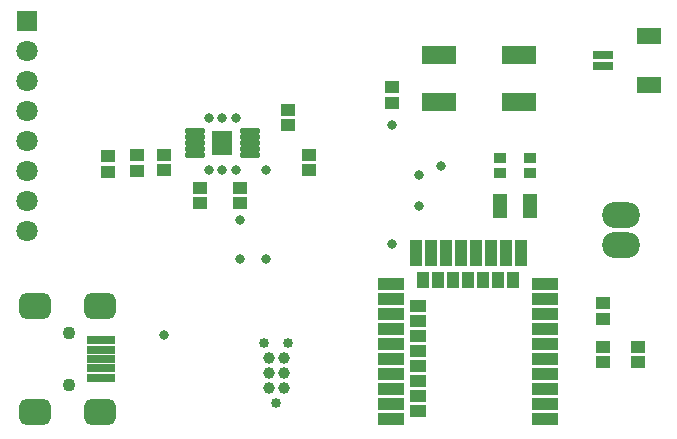
<source format=gts>
G04*
G04 #@! TF.GenerationSoftware,Altium Limited,Altium Designer,19.1.9 (167)*
G04*
G04 Layer_Color=8388736*
%FSLAX25Y25*%
%MOIN*%
G70*
G01*
G75*
%ADD17C,0.03950*%
%ADD18R,0.04540X0.04147*%
%ADD19R,0.04737X0.04343*%
G04:AMPARAMS|DCode=20|XSize=19.81mil|YSize=69.02mil|CornerRadius=5.95mil|HoleSize=0mil|Usage=FLASHONLY|Rotation=90.000|XOffset=0mil|YOffset=0mil|HoleType=Round|Shape=RoundedRectangle|*
%AMROUNDEDRECTD20*
21,1,0.01981,0.05713,0,0,90.0*
21,1,0.00791,0.06902,0,0,90.0*
1,1,0.01190,0.02856,0.00396*
1,1,0.01190,0.02856,-0.00396*
1,1,0.01190,-0.02856,-0.00396*
1,1,0.01190,-0.02856,0.00396*
%
%ADD20ROUNDEDRECTD20*%
G04:AMPARAMS|DCode=21|XSize=69.81mil|YSize=82.02mil|CornerRadius=5.85mil|HoleSize=0mil|Usage=FLASHONLY|Rotation=0.000|XOffset=0mil|YOffset=0mil|HoleType=Round|Shape=RoundedRectangle|*
%AMROUNDEDRECTD21*
21,1,0.06981,0.07031,0,0,0.0*
21,1,0.05810,0.08202,0,0,0.0*
1,1,0.01171,0.02905,-0.03515*
1,1,0.01171,-0.02905,-0.03515*
1,1,0.01171,-0.02905,0.03515*
1,1,0.01171,0.02905,0.03515*
%
%ADD21ROUNDEDRECTD21*%
%ADD22R,0.03950X0.03753*%
%ADD23R,0.04737X0.07887*%
G04:AMPARAMS|DCode=24|XSize=86.74mil|YSize=106.42mil|CornerRadius=23.68mil|HoleSize=0mil|Usage=FLASHONLY|Rotation=90.000|XOffset=0mil|YOffset=0mil|HoleType=Round|Shape=RoundedRectangle|*
%AMROUNDEDRECTD24*
21,1,0.08674,0.05906,0,0,90.0*
21,1,0.03937,0.10642,0,0,90.0*
1,1,0.04737,0.02953,0.01968*
1,1,0.04737,0.02953,-0.01968*
1,1,0.04737,-0.02953,-0.01968*
1,1,0.04737,-0.02953,0.01968*
%
%ADD24ROUNDEDRECTD24*%
%ADD25R,0.09658X0.02769*%
%ADD26R,0.11627X0.06312*%
%ADD27R,0.06902X0.03162*%
%ADD28R,0.07887X0.05524*%
%ADD29R,0.08674X0.03950*%
%ADD30R,0.03950X0.08674*%
%ADD31O,0.12611X0.08674*%
%ADD32C,0.03347*%
%ADD33C,0.04343*%
%ADD34R,0.03950X0.05524*%
%ADD35R,0.05524X0.03950*%
%ADD36C,0.07099*%
%ADD37R,0.07099X0.07099*%
%ADD38C,0.03300*%
%ADD39C,0.02769*%
D17*
X92500Y36500D02*
D03*
X97500Y26500D02*
D03*
X92500D02*
D03*
X97500Y31500D02*
D03*
Y36500D02*
D03*
X92500Y31500D02*
D03*
D18*
X83000Y93059D02*
D03*
Y87941D02*
D03*
X69500Y93059D02*
D03*
Y87941D02*
D03*
X106000Y104059D02*
D03*
Y98941D02*
D03*
X48630Y103945D02*
D03*
Y98827D02*
D03*
X57500Y104059D02*
D03*
Y98941D02*
D03*
X204000Y54559D02*
D03*
Y49441D02*
D03*
Y40059D02*
D03*
Y34941D02*
D03*
X133500Y126559D02*
D03*
Y121441D02*
D03*
D19*
X99000Y119158D02*
D03*
Y113842D02*
D03*
X39000Y98343D02*
D03*
Y103657D02*
D03*
X215500Y34843D02*
D03*
Y40157D02*
D03*
D20*
X86154Y104063D02*
D03*
Y106032D02*
D03*
Y108000D02*
D03*
Y109968D02*
D03*
X67847Y104063D02*
D03*
Y106032D02*
D03*
Y108000D02*
D03*
Y109968D02*
D03*
Y111937D02*
D03*
X86154D02*
D03*
D21*
X77000Y108000D02*
D03*
D22*
X169500Y103157D02*
D03*
Y97843D02*
D03*
X179500Y103157D02*
D03*
Y97843D02*
D03*
D23*
X179421Y87000D02*
D03*
X169579D02*
D03*
D24*
X36089Y18500D02*
D03*
X14632D02*
D03*
Y53539D02*
D03*
X36089D02*
D03*
D25*
X36463Y29721D02*
D03*
Y32870D02*
D03*
Y42319D02*
D03*
Y39169D02*
D03*
Y36020D02*
D03*
D26*
X175787Y121626D02*
D03*
Y137374D02*
D03*
X149213Y121626D02*
D03*
Y137374D02*
D03*
D27*
X204000Y133531D02*
D03*
Y137469D02*
D03*
D28*
X219256Y127232D02*
D03*
Y143768D02*
D03*
D29*
X184500Y16130D02*
D03*
Y21130D02*
D03*
Y26130D02*
D03*
Y31130D02*
D03*
Y36130D02*
D03*
Y41130D02*
D03*
Y46130D02*
D03*
Y51130D02*
D03*
Y56130D02*
D03*
Y61130D02*
D03*
X133319D02*
D03*
Y56130D02*
D03*
Y51130D02*
D03*
Y46130D02*
D03*
Y41130D02*
D03*
Y36130D02*
D03*
Y31130D02*
D03*
Y26130D02*
D03*
Y21130D02*
D03*
Y16130D02*
D03*
D30*
X176409Y71366D02*
D03*
X171409D02*
D03*
X166409D02*
D03*
X161409D02*
D03*
X156409D02*
D03*
X151409D02*
D03*
X146409D02*
D03*
X141409D02*
D03*
D31*
X210000Y84000D02*
D03*
Y74000D02*
D03*
D32*
X99000Y41500D02*
D03*
X91000D02*
D03*
X95000Y21500D02*
D03*
D33*
X25932Y27358D02*
D03*
Y44681D02*
D03*
D34*
X173909Y62311D02*
D03*
X168819D02*
D03*
X163819D02*
D03*
X158819D02*
D03*
X153819D02*
D03*
X148819D02*
D03*
X143910D02*
D03*
D35*
X142374Y53630D02*
D03*
Y48630D02*
D03*
Y43630D02*
D03*
Y38630D02*
D03*
Y33630D02*
D03*
Y28630D02*
D03*
Y23630D02*
D03*
Y18630D02*
D03*
D36*
X11811Y78740D02*
D03*
Y88740D02*
D03*
Y108740D02*
D03*
Y128740D02*
D03*
Y138740D02*
D03*
Y118740D02*
D03*
Y98740D02*
D03*
D37*
Y148740D02*
D03*
D38*
X150000Y100500D02*
D03*
X142500Y97500D02*
D03*
Y87000D02*
D03*
X133500Y114000D02*
D03*
Y74500D02*
D03*
X57500Y44000D02*
D03*
X91500Y69500D02*
D03*
X83000D02*
D03*
Y82500D02*
D03*
X72500Y116500D02*
D03*
X77000D02*
D03*
X81500D02*
D03*
Y99000D02*
D03*
X77000D02*
D03*
X72500D02*
D03*
X91500D02*
D03*
D39*
X77000Y108000D02*
D03*
X78772Y110362D02*
D03*
Y105638D02*
D03*
X75228D02*
D03*
Y110362D02*
D03*
M02*

</source>
